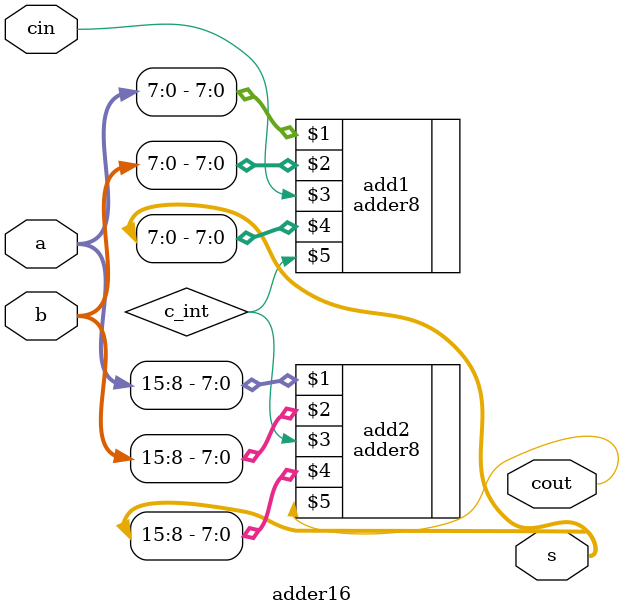
<source format=v>
module adder16(
	input [15:0] a,
	input [15:0] b,
	input cin,
	output [15:0] s,
	output cout
	);
	          
    wire c_int;
	
	adder8 add1(a[7:0],b[7:0],cin,s[7:0],c_int);
	adder8 add2(a[15:8],b[15:8],c_int,s[15:8],cout);
	
endmodule
</source>
